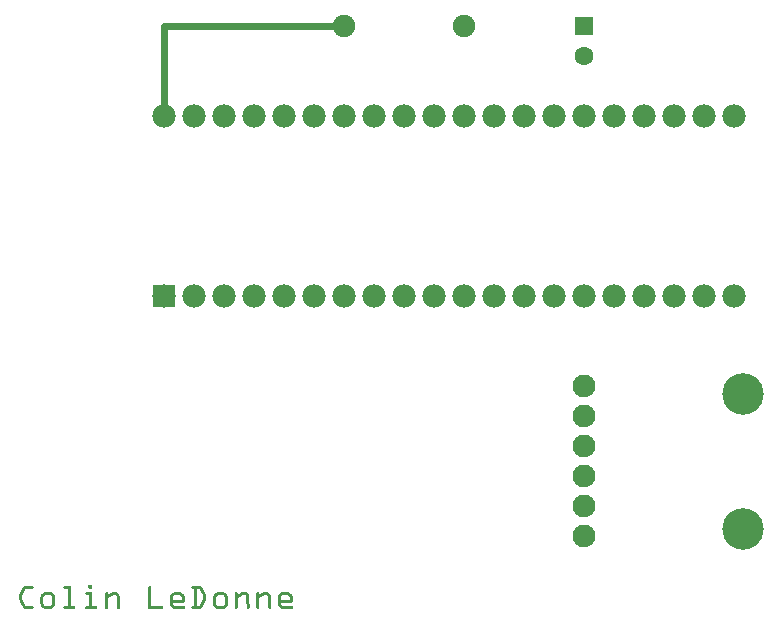
<source format=gtl>
G04 MADE WITH FRITZING*
G04 WWW.FRITZING.ORG*
G04 DOUBLE SIDED*
G04 HOLES PLATED*
G04 CONTOUR ON CENTER OF CONTOUR VECTOR*
%ASAXBY*%
%FSLAX23Y23*%
%MOIN*%
%OFA0B0*%
%SFA1.0B1.0*%
%ADD10C,0.076000*%
%ADD11C,0.138425*%
%ADD12C,0.078000*%
%ADD13C,0.075000*%
%ADD14C,0.062992*%
%ADD15R,0.075000X0.075000*%
%ADD16R,0.062992X0.062992*%
%ADD17C,0.024000*%
%ADD18R,0.001000X0.001000*%
%LNCOPPER1*%
G90*
G70*
G54D10*
X1928Y279D03*
X1928Y379D03*
X1928Y479D03*
X1928Y579D03*
X1928Y679D03*
X1928Y779D03*
G54D11*
X2458Y754D03*
X2458Y304D03*
G54D12*
X528Y1080D03*
X528Y1679D03*
X628Y1080D03*
X628Y1679D03*
X728Y1080D03*
X728Y1679D03*
X828Y1080D03*
X828Y1679D03*
X928Y1080D03*
X928Y1679D03*
X1028Y1080D03*
X1028Y1679D03*
X1128Y1080D03*
X1128Y1679D03*
X1228Y1080D03*
X1228Y1679D03*
X1328Y1080D03*
X1328Y1679D03*
X1428Y1080D03*
X1428Y1679D03*
X1528Y1080D03*
X1528Y1679D03*
X1628Y1080D03*
X1628Y1679D03*
X1728Y1080D03*
X1728Y1679D03*
X1828Y1080D03*
X1828Y1679D03*
X1928Y1080D03*
X1928Y1679D03*
X2028Y1080D03*
X2028Y1679D03*
X2128Y1080D03*
X2128Y1679D03*
X2228Y1080D03*
X2228Y1679D03*
X2328Y1080D03*
X2328Y1679D03*
X2428Y1080D03*
X2428Y1679D03*
G54D13*
X1528Y1979D03*
X1128Y1979D03*
G54D14*
X1928Y1979D03*
X1928Y1881D03*
G54D15*
X528Y1080D03*
G54D16*
X1928Y1979D03*
G54D17*
X1100Y1979D02*
X529Y1980D01*
D02*
X529Y1980D02*
X528Y1709D01*
G54D18*
X279Y118D02*
X288Y118D01*
X277Y117D02*
X289Y117D01*
X277Y116D02*
X290Y116D01*
X276Y115D02*
X290Y115D01*
X67Y114D02*
X91Y114D01*
X197Y114D02*
X215Y114D01*
X276Y114D02*
X290Y114D01*
X480Y114D02*
X484Y114D01*
X624Y114D02*
X648Y114D01*
X65Y113D02*
X93Y113D01*
X196Y113D02*
X217Y113D01*
X276Y113D02*
X290Y113D01*
X479Y113D02*
X485Y113D01*
X623Y113D02*
X650Y113D01*
X63Y112D02*
X93Y112D01*
X195Y112D02*
X217Y112D01*
X276Y112D02*
X290Y112D01*
X478Y112D02*
X486Y112D01*
X622Y112D02*
X652Y112D01*
X61Y111D02*
X94Y111D01*
X194Y111D02*
X218Y111D01*
X276Y111D02*
X290Y111D01*
X478Y111D02*
X486Y111D01*
X621Y111D02*
X653Y111D01*
X60Y110D02*
X94Y110D01*
X194Y110D02*
X218Y110D01*
X276Y110D02*
X290Y110D01*
X477Y110D02*
X486Y110D01*
X621Y110D02*
X654Y110D01*
X59Y109D02*
X94Y109D01*
X194Y109D02*
X218Y109D01*
X276Y109D02*
X290Y109D01*
X477Y109D02*
X486Y109D01*
X621Y109D02*
X655Y109D01*
X59Y108D02*
X94Y108D01*
X194Y108D02*
X218Y108D01*
X276Y108D02*
X290Y108D01*
X477Y108D02*
X486Y108D01*
X622Y108D02*
X656Y108D01*
X58Y107D02*
X93Y107D01*
X195Y107D02*
X218Y107D01*
X277Y107D02*
X289Y107D01*
X477Y107D02*
X486Y107D01*
X622Y107D02*
X657Y107D01*
X58Y106D02*
X92Y106D01*
X196Y106D02*
X218Y106D01*
X278Y106D02*
X289Y106D01*
X477Y106D02*
X486Y106D01*
X623Y106D02*
X657Y106D01*
X57Y105D02*
X91Y105D01*
X197Y105D02*
X218Y105D01*
X279Y105D02*
X287Y105D01*
X477Y105D02*
X486Y105D01*
X624Y105D02*
X658Y105D01*
X57Y104D02*
X68Y104D01*
X209Y104D02*
X218Y104D01*
X477Y104D02*
X486Y104D01*
X631Y104D02*
X640Y104D01*
X647Y104D02*
X658Y104D01*
X56Y103D02*
X67Y103D01*
X209Y103D02*
X218Y103D01*
X477Y103D02*
X486Y103D01*
X631Y103D02*
X640Y103D01*
X648Y103D02*
X659Y103D01*
X56Y102D02*
X66Y102D01*
X209Y102D02*
X218Y102D01*
X477Y102D02*
X486Y102D01*
X631Y102D02*
X640Y102D01*
X649Y102D02*
X659Y102D01*
X55Y101D02*
X66Y101D01*
X209Y101D02*
X218Y101D01*
X477Y101D02*
X486Y101D01*
X631Y101D02*
X640Y101D01*
X650Y101D02*
X660Y101D01*
X55Y100D02*
X65Y100D01*
X209Y100D02*
X218Y100D01*
X477Y100D02*
X486Y100D01*
X631Y100D02*
X640Y100D01*
X650Y100D02*
X660Y100D01*
X54Y99D02*
X65Y99D01*
X209Y99D02*
X218Y99D01*
X477Y99D02*
X486Y99D01*
X631Y99D02*
X640Y99D01*
X651Y99D02*
X661Y99D01*
X54Y98D02*
X64Y98D01*
X209Y98D02*
X218Y98D01*
X477Y98D02*
X486Y98D01*
X631Y98D02*
X640Y98D01*
X651Y98D02*
X661Y98D01*
X53Y97D02*
X64Y97D01*
X209Y97D02*
X218Y97D01*
X477Y97D02*
X486Y97D01*
X631Y97D02*
X640Y97D01*
X652Y97D02*
X662Y97D01*
X53Y96D02*
X63Y96D01*
X209Y96D02*
X218Y96D01*
X477Y96D02*
X486Y96D01*
X631Y96D02*
X640Y96D01*
X652Y96D02*
X662Y96D01*
X52Y95D02*
X63Y95D01*
X209Y95D02*
X218Y95D01*
X477Y95D02*
X486Y95D01*
X631Y95D02*
X640Y95D01*
X653Y95D02*
X663Y95D01*
X52Y94D02*
X62Y94D01*
X209Y94D02*
X218Y94D01*
X477Y94D02*
X486Y94D01*
X631Y94D02*
X640Y94D01*
X653Y94D02*
X663Y94D01*
X51Y93D02*
X62Y93D01*
X132Y93D02*
X151Y93D01*
X209Y93D02*
X218Y93D01*
X269Y93D02*
X287Y93D01*
X336Y93D02*
X339Y93D01*
X358Y93D02*
X369Y93D01*
X477Y93D02*
X486Y93D01*
X564Y93D02*
X583Y93D01*
X631Y93D02*
X640Y93D01*
X654Y93D02*
X664Y93D01*
X708Y93D02*
X727Y93D01*
X768Y93D02*
X771Y93D01*
X790Y93D02*
X801Y93D01*
X840Y93D02*
X843Y93D01*
X862Y93D02*
X873Y93D01*
X924Y93D02*
X943Y93D01*
X51Y92D02*
X61Y92D01*
X130Y92D02*
X154Y92D01*
X209Y92D02*
X218Y92D01*
X268Y92D02*
X288Y92D01*
X335Y92D02*
X341Y92D01*
X355Y92D02*
X372Y92D01*
X477Y92D02*
X486Y92D01*
X562Y92D02*
X586Y92D01*
X631Y92D02*
X640Y92D01*
X654Y92D02*
X664Y92D01*
X706Y92D02*
X730Y92D01*
X767Y92D02*
X773Y92D01*
X787Y92D02*
X804Y92D01*
X839Y92D02*
X845Y92D01*
X859Y92D02*
X876Y92D01*
X921Y92D02*
X946Y92D01*
X50Y91D02*
X61Y91D01*
X128Y91D02*
X155Y91D01*
X209Y91D02*
X218Y91D01*
X267Y91D02*
X289Y91D01*
X334Y91D02*
X341Y91D01*
X353Y91D02*
X374Y91D01*
X477Y91D02*
X486Y91D01*
X560Y91D02*
X587Y91D01*
X631Y91D02*
X640Y91D01*
X655Y91D02*
X665Y91D01*
X704Y91D02*
X731Y91D01*
X766Y91D02*
X773Y91D01*
X785Y91D02*
X806Y91D01*
X838Y91D02*
X845Y91D01*
X857Y91D02*
X878Y91D01*
X920Y91D02*
X947Y91D01*
X50Y90D02*
X60Y90D01*
X126Y90D02*
X157Y90D01*
X209Y90D02*
X218Y90D01*
X267Y90D02*
X290Y90D01*
X334Y90D02*
X342Y90D01*
X351Y90D02*
X375Y90D01*
X477Y90D02*
X486Y90D01*
X558Y90D02*
X589Y90D01*
X631Y90D02*
X640Y90D01*
X655Y90D02*
X665Y90D01*
X702Y90D02*
X733Y90D01*
X766Y90D02*
X774Y90D01*
X783Y90D02*
X807Y90D01*
X838Y90D02*
X846Y90D01*
X855Y90D02*
X879Y90D01*
X918Y90D02*
X949Y90D01*
X49Y89D02*
X60Y89D01*
X125Y89D02*
X158Y89D01*
X209Y89D02*
X218Y89D01*
X266Y89D02*
X290Y89D01*
X333Y89D02*
X342Y89D01*
X350Y89D02*
X376Y89D01*
X477Y89D02*
X486Y89D01*
X557Y89D02*
X590Y89D01*
X631Y89D02*
X640Y89D01*
X656Y89D02*
X666Y89D01*
X701Y89D02*
X734Y89D01*
X765Y89D02*
X774Y89D01*
X782Y89D02*
X808Y89D01*
X837Y89D02*
X846Y89D01*
X854Y89D02*
X880Y89D01*
X917Y89D02*
X950Y89D01*
X49Y88D02*
X59Y88D01*
X124Y88D02*
X159Y88D01*
X209Y88D02*
X218Y88D01*
X266Y88D02*
X290Y88D01*
X333Y88D02*
X342Y88D01*
X348Y88D02*
X377Y88D01*
X477Y88D02*
X486Y88D01*
X556Y88D02*
X591Y88D01*
X631Y88D02*
X640Y88D01*
X656Y88D02*
X666Y88D01*
X700Y88D02*
X735Y88D01*
X765Y88D02*
X774Y88D01*
X780Y88D02*
X809Y88D01*
X837Y88D02*
X846Y88D01*
X852Y88D02*
X881Y88D01*
X916Y88D02*
X951Y88D01*
X48Y87D02*
X59Y87D01*
X123Y87D02*
X160Y87D01*
X209Y87D02*
X218Y87D01*
X266Y87D02*
X290Y87D01*
X333Y87D02*
X342Y87D01*
X347Y87D02*
X378Y87D01*
X477Y87D02*
X486Y87D01*
X555Y87D02*
X592Y87D01*
X631Y87D02*
X640Y87D01*
X657Y87D02*
X667Y87D01*
X699Y87D02*
X736Y87D01*
X765Y87D02*
X774Y87D01*
X779Y87D02*
X810Y87D01*
X837Y87D02*
X846Y87D01*
X851Y87D02*
X882Y87D01*
X915Y87D02*
X952Y87D01*
X48Y86D02*
X58Y86D01*
X122Y86D02*
X161Y86D01*
X209Y86D02*
X218Y86D01*
X267Y86D02*
X290Y86D01*
X333Y86D02*
X342Y86D01*
X345Y86D02*
X379Y86D01*
X477Y86D02*
X486Y86D01*
X554Y86D02*
X593Y86D01*
X631Y86D02*
X640Y86D01*
X657Y86D02*
X667Y86D01*
X698Y86D02*
X737Y86D01*
X765Y86D02*
X774Y86D01*
X777Y86D02*
X811Y86D01*
X837Y86D02*
X846Y86D01*
X849Y86D02*
X883Y86D01*
X914Y86D02*
X953Y86D01*
X47Y85D02*
X58Y85D01*
X121Y85D02*
X162Y85D01*
X209Y85D02*
X218Y85D01*
X268Y85D02*
X290Y85D01*
X333Y85D02*
X379Y85D01*
X477Y85D02*
X486Y85D01*
X553Y85D02*
X594Y85D01*
X631Y85D02*
X640Y85D01*
X658Y85D02*
X668Y85D01*
X697Y85D02*
X738Y85D01*
X765Y85D02*
X811Y85D01*
X837Y85D02*
X883Y85D01*
X913Y85D02*
X954Y85D01*
X47Y84D02*
X57Y84D01*
X120Y84D02*
X163Y84D01*
X209Y84D02*
X218Y84D01*
X269Y84D02*
X290Y84D01*
X333Y84D02*
X380Y84D01*
X477Y84D02*
X486Y84D01*
X552Y84D02*
X595Y84D01*
X631Y84D02*
X640Y84D01*
X658Y84D02*
X668Y84D01*
X696Y84D02*
X739Y84D01*
X765Y84D02*
X812Y84D01*
X837Y84D02*
X884Y84D01*
X912Y84D02*
X955Y84D01*
X47Y83D02*
X56Y83D01*
X120Y83D02*
X133Y83D01*
X150Y83D02*
X164Y83D01*
X209Y83D02*
X218Y83D01*
X281Y83D02*
X290Y83D01*
X333Y83D02*
X358Y83D01*
X368Y83D02*
X380Y83D01*
X477Y83D02*
X486Y83D01*
X552Y83D02*
X565Y83D01*
X582Y83D02*
X596Y83D01*
X631Y83D02*
X640Y83D01*
X659Y83D02*
X669Y83D01*
X696Y83D02*
X709Y83D01*
X726Y83D02*
X740Y83D01*
X765Y83D02*
X790Y83D01*
X800Y83D02*
X812Y83D01*
X837Y83D02*
X862Y83D01*
X872Y83D02*
X884Y83D01*
X912Y83D02*
X925Y83D01*
X942Y83D02*
X956Y83D01*
X46Y82D02*
X56Y82D01*
X119Y82D02*
X131Y82D01*
X152Y82D02*
X164Y82D01*
X209Y82D02*
X218Y82D01*
X281Y82D02*
X290Y82D01*
X333Y82D02*
X357Y82D01*
X370Y82D02*
X380Y82D01*
X477Y82D02*
X486Y82D01*
X551Y82D02*
X563Y82D01*
X584Y82D02*
X596Y82D01*
X631Y82D02*
X640Y82D01*
X659Y82D02*
X669Y82D01*
X695Y82D02*
X707Y82D01*
X728Y82D02*
X740Y82D01*
X765Y82D02*
X789Y82D01*
X802Y82D02*
X812Y82D01*
X837Y82D02*
X861Y82D01*
X874Y82D02*
X884Y82D01*
X911Y82D02*
X923Y82D01*
X944Y82D02*
X956Y82D01*
X46Y81D02*
X56Y81D01*
X119Y81D02*
X130Y81D01*
X153Y81D02*
X165Y81D01*
X209Y81D02*
X218Y81D01*
X281Y81D02*
X290Y81D01*
X333Y81D02*
X355Y81D01*
X371Y81D02*
X381Y81D01*
X477Y81D02*
X486Y81D01*
X551Y81D02*
X562Y81D01*
X585Y81D02*
X597Y81D01*
X631Y81D02*
X640Y81D01*
X660Y81D02*
X669Y81D01*
X695Y81D02*
X706Y81D01*
X729Y81D02*
X741Y81D01*
X765Y81D02*
X787Y81D01*
X803Y81D02*
X812Y81D01*
X837Y81D02*
X859Y81D01*
X875Y81D02*
X884Y81D01*
X910Y81D02*
X922Y81D01*
X945Y81D02*
X957Y81D01*
X46Y80D02*
X55Y80D01*
X118Y80D02*
X129Y80D01*
X155Y80D02*
X165Y80D01*
X209Y80D02*
X218Y80D01*
X281Y80D02*
X290Y80D01*
X333Y80D02*
X354Y80D01*
X371Y80D02*
X381Y80D01*
X477Y80D02*
X486Y80D01*
X550Y80D02*
X561Y80D01*
X587Y80D02*
X597Y80D01*
X631Y80D02*
X640Y80D01*
X660Y80D02*
X670Y80D01*
X694Y80D02*
X705Y80D01*
X731Y80D02*
X741Y80D01*
X765Y80D02*
X785Y80D01*
X803Y80D02*
X813Y80D01*
X837Y80D02*
X857Y80D01*
X875Y80D02*
X885Y80D01*
X910Y80D02*
X921Y80D01*
X946Y80D02*
X957Y80D01*
X46Y79D02*
X55Y79D01*
X118Y79D02*
X128Y79D01*
X155Y79D02*
X166Y79D01*
X209Y79D02*
X218Y79D01*
X281Y79D02*
X290Y79D01*
X333Y79D02*
X352Y79D01*
X372Y79D02*
X381Y79D01*
X477Y79D02*
X486Y79D01*
X550Y79D02*
X560Y79D01*
X587Y79D02*
X598Y79D01*
X631Y79D02*
X640Y79D01*
X660Y79D02*
X670Y79D01*
X694Y79D02*
X704Y79D01*
X731Y79D02*
X742Y79D01*
X765Y79D02*
X784Y79D01*
X803Y79D02*
X813Y79D01*
X837Y79D02*
X856Y79D01*
X875Y79D02*
X885Y79D01*
X910Y79D02*
X920Y79D01*
X947Y79D02*
X958Y79D01*
X45Y78D02*
X55Y78D01*
X118Y78D02*
X127Y78D01*
X156Y78D02*
X166Y78D01*
X209Y78D02*
X218Y78D01*
X281Y78D02*
X290Y78D01*
X333Y78D02*
X350Y78D01*
X372Y78D02*
X381Y78D01*
X477Y78D02*
X486Y78D01*
X550Y78D02*
X559Y78D01*
X588Y78D02*
X598Y78D01*
X631Y78D02*
X640Y78D01*
X661Y78D02*
X670Y78D01*
X694Y78D02*
X703Y78D01*
X732Y78D02*
X742Y78D01*
X765Y78D02*
X782Y78D01*
X804Y78D02*
X813Y78D01*
X837Y78D02*
X854Y78D01*
X876Y78D02*
X885Y78D01*
X910Y78D02*
X919Y78D01*
X948Y78D02*
X958Y78D01*
X45Y77D02*
X55Y77D01*
X117Y77D02*
X127Y77D01*
X157Y77D02*
X166Y77D01*
X209Y77D02*
X218Y77D01*
X281Y77D02*
X290Y77D01*
X333Y77D02*
X349Y77D01*
X372Y77D02*
X381Y77D01*
X477Y77D02*
X486Y77D01*
X549Y77D02*
X559Y77D01*
X589Y77D02*
X598Y77D01*
X631Y77D02*
X640Y77D01*
X661Y77D02*
X670Y77D01*
X693Y77D02*
X703Y77D01*
X733Y77D02*
X742Y77D01*
X765Y77D02*
X781Y77D01*
X804Y77D02*
X813Y77D01*
X837Y77D02*
X853Y77D01*
X876Y77D02*
X885Y77D01*
X909Y77D02*
X919Y77D01*
X949Y77D02*
X958Y77D01*
X45Y76D02*
X54Y76D01*
X117Y76D02*
X126Y76D01*
X157Y76D02*
X166Y76D01*
X209Y76D02*
X218Y76D01*
X281Y76D02*
X290Y76D01*
X333Y76D02*
X347Y76D01*
X372Y76D02*
X381Y76D01*
X477Y76D02*
X486Y76D01*
X549Y76D02*
X558Y76D01*
X589Y76D02*
X598Y76D01*
X631Y76D02*
X640Y76D01*
X661Y76D02*
X670Y76D01*
X693Y76D02*
X702Y76D01*
X733Y76D02*
X742Y76D01*
X765Y76D02*
X779Y76D01*
X804Y76D02*
X813Y76D01*
X837Y76D02*
X851Y76D01*
X876Y76D02*
X885Y76D01*
X909Y76D02*
X918Y76D01*
X949Y76D02*
X958Y76D01*
X45Y75D02*
X54Y75D01*
X117Y75D02*
X126Y75D01*
X157Y75D02*
X166Y75D01*
X209Y75D02*
X218Y75D01*
X281Y75D02*
X290Y75D01*
X333Y75D02*
X346Y75D01*
X372Y75D02*
X381Y75D01*
X477Y75D02*
X486Y75D01*
X549Y75D02*
X558Y75D01*
X589Y75D02*
X598Y75D01*
X631Y75D02*
X640Y75D01*
X661Y75D02*
X670Y75D01*
X693Y75D02*
X702Y75D01*
X733Y75D02*
X742Y75D01*
X765Y75D02*
X778Y75D01*
X804Y75D02*
X813Y75D01*
X837Y75D02*
X850Y75D01*
X876Y75D02*
X885Y75D01*
X909Y75D02*
X918Y75D01*
X949Y75D02*
X958Y75D01*
X45Y74D02*
X55Y74D01*
X117Y74D02*
X126Y74D01*
X157Y74D02*
X166Y74D01*
X209Y74D02*
X218Y74D01*
X281Y74D02*
X290Y74D01*
X333Y74D02*
X344Y74D01*
X372Y74D02*
X381Y74D01*
X477Y74D02*
X486Y74D01*
X549Y74D02*
X558Y74D01*
X589Y74D02*
X598Y74D01*
X631Y74D02*
X640Y74D01*
X661Y74D02*
X670Y74D01*
X693Y74D02*
X702Y74D01*
X733Y74D02*
X742Y74D01*
X765Y74D02*
X776Y74D01*
X804Y74D02*
X813Y74D01*
X837Y74D02*
X848Y74D01*
X876Y74D02*
X885Y74D01*
X909Y74D02*
X918Y74D01*
X949Y74D02*
X958Y74D01*
X45Y73D02*
X55Y73D01*
X117Y73D02*
X126Y73D01*
X157Y73D02*
X166Y73D01*
X209Y73D02*
X218Y73D01*
X281Y73D02*
X290Y73D01*
X333Y73D02*
X343Y73D01*
X372Y73D02*
X381Y73D01*
X477Y73D02*
X486Y73D01*
X549Y73D02*
X558Y73D01*
X589Y73D02*
X598Y73D01*
X631Y73D02*
X640Y73D01*
X661Y73D02*
X670Y73D01*
X693Y73D02*
X702Y73D01*
X733Y73D02*
X742Y73D01*
X765Y73D02*
X775Y73D01*
X804Y73D02*
X813Y73D01*
X837Y73D02*
X847Y73D01*
X876Y73D02*
X885Y73D01*
X909Y73D02*
X918Y73D01*
X949Y73D02*
X958Y73D01*
X46Y72D02*
X55Y72D01*
X117Y72D02*
X126Y72D01*
X157Y72D02*
X166Y72D01*
X209Y72D02*
X218Y72D01*
X281Y72D02*
X290Y72D01*
X333Y72D02*
X342Y72D01*
X372Y72D02*
X381Y72D01*
X477Y72D02*
X486Y72D01*
X549Y72D02*
X558Y72D01*
X589Y72D02*
X598Y72D01*
X631Y72D02*
X640Y72D01*
X660Y72D02*
X670Y72D01*
X693Y72D02*
X702Y72D01*
X733Y72D02*
X742Y72D01*
X765Y72D02*
X774Y72D01*
X804Y72D02*
X813Y72D01*
X837Y72D02*
X846Y72D01*
X876Y72D02*
X885Y72D01*
X909Y72D02*
X918Y72D01*
X949Y72D02*
X958Y72D01*
X46Y71D02*
X55Y71D01*
X117Y71D02*
X126Y71D01*
X157Y71D02*
X166Y71D01*
X209Y71D02*
X218Y71D01*
X281Y71D02*
X290Y71D01*
X333Y71D02*
X342Y71D01*
X372Y71D02*
X381Y71D01*
X477Y71D02*
X486Y71D01*
X549Y71D02*
X558Y71D01*
X589Y71D02*
X598Y71D01*
X631Y71D02*
X640Y71D01*
X660Y71D02*
X670Y71D01*
X693Y71D02*
X702Y71D01*
X733Y71D02*
X742Y71D01*
X765Y71D02*
X774Y71D01*
X804Y71D02*
X813Y71D01*
X837Y71D02*
X846Y71D01*
X876Y71D02*
X885Y71D01*
X909Y71D02*
X918Y71D01*
X949Y71D02*
X958Y71D01*
X46Y70D02*
X56Y70D01*
X117Y70D02*
X126Y70D01*
X157Y70D02*
X166Y70D01*
X209Y70D02*
X218Y70D01*
X281Y70D02*
X290Y70D01*
X333Y70D02*
X342Y70D01*
X372Y70D02*
X381Y70D01*
X477Y70D02*
X486Y70D01*
X549Y70D02*
X558Y70D01*
X589Y70D02*
X598Y70D01*
X631Y70D02*
X640Y70D01*
X660Y70D02*
X669Y70D01*
X693Y70D02*
X702Y70D01*
X733Y70D02*
X742Y70D01*
X765Y70D02*
X774Y70D01*
X804Y70D02*
X813Y70D01*
X837Y70D02*
X846Y70D01*
X876Y70D02*
X885Y70D01*
X909Y70D02*
X918Y70D01*
X949Y70D02*
X958Y70D01*
X46Y69D02*
X56Y69D01*
X117Y69D02*
X126Y69D01*
X157Y69D02*
X166Y69D01*
X209Y69D02*
X218Y69D01*
X281Y69D02*
X290Y69D01*
X333Y69D02*
X342Y69D01*
X372Y69D02*
X381Y69D01*
X477Y69D02*
X486Y69D01*
X549Y69D02*
X558Y69D01*
X589Y69D02*
X598Y69D01*
X631Y69D02*
X640Y69D01*
X659Y69D02*
X669Y69D01*
X693Y69D02*
X702Y69D01*
X733Y69D02*
X742Y69D01*
X765Y69D02*
X774Y69D01*
X804Y69D02*
X813Y69D01*
X837Y69D02*
X846Y69D01*
X876Y69D02*
X885Y69D01*
X909Y69D02*
X918Y69D01*
X949Y69D02*
X958Y69D01*
X47Y68D02*
X57Y68D01*
X117Y68D02*
X126Y68D01*
X157Y68D02*
X166Y68D01*
X209Y68D02*
X218Y68D01*
X281Y68D02*
X290Y68D01*
X333Y68D02*
X342Y68D01*
X372Y68D02*
X381Y68D01*
X477Y68D02*
X486Y68D01*
X549Y68D02*
X559Y68D01*
X589Y68D02*
X598Y68D01*
X631Y68D02*
X640Y68D01*
X659Y68D02*
X669Y68D01*
X693Y68D02*
X702Y68D01*
X733Y68D02*
X742Y68D01*
X765Y68D02*
X774Y68D01*
X804Y68D02*
X813Y68D01*
X837Y68D02*
X846Y68D01*
X876Y68D02*
X885Y68D01*
X909Y68D02*
X919Y68D01*
X949Y68D02*
X958Y68D01*
X47Y67D02*
X57Y67D01*
X117Y67D02*
X126Y67D01*
X157Y67D02*
X166Y67D01*
X209Y67D02*
X218Y67D01*
X281Y67D02*
X290Y67D01*
X333Y67D02*
X342Y67D01*
X372Y67D02*
X381Y67D01*
X477Y67D02*
X486Y67D01*
X549Y67D02*
X598Y67D01*
X631Y67D02*
X640Y67D01*
X658Y67D02*
X668Y67D01*
X693Y67D02*
X702Y67D01*
X733Y67D02*
X742Y67D01*
X765Y67D02*
X774Y67D01*
X804Y67D02*
X813Y67D01*
X837Y67D02*
X846Y67D01*
X876Y67D02*
X885Y67D01*
X909Y67D02*
X958Y67D01*
X47Y66D02*
X58Y66D01*
X117Y66D02*
X126Y66D01*
X157Y66D02*
X166Y66D01*
X209Y66D02*
X218Y66D01*
X281Y66D02*
X290Y66D01*
X333Y66D02*
X342Y66D01*
X372Y66D02*
X381Y66D01*
X477Y66D02*
X486Y66D01*
X549Y66D02*
X598Y66D01*
X631Y66D02*
X640Y66D01*
X658Y66D02*
X668Y66D01*
X693Y66D02*
X702Y66D01*
X733Y66D02*
X742Y66D01*
X765Y66D02*
X774Y66D01*
X804Y66D02*
X813Y66D01*
X837Y66D02*
X846Y66D01*
X876Y66D02*
X885Y66D01*
X909Y66D02*
X958Y66D01*
X48Y65D02*
X58Y65D01*
X117Y65D02*
X126Y65D01*
X157Y65D02*
X166Y65D01*
X209Y65D02*
X218Y65D01*
X281Y65D02*
X290Y65D01*
X333Y65D02*
X342Y65D01*
X372Y65D02*
X381Y65D01*
X477Y65D02*
X486Y65D01*
X549Y65D02*
X598Y65D01*
X631Y65D02*
X640Y65D01*
X657Y65D02*
X667Y65D01*
X693Y65D02*
X702Y65D01*
X733Y65D02*
X742Y65D01*
X765Y65D02*
X774Y65D01*
X804Y65D02*
X813Y65D01*
X837Y65D02*
X846Y65D01*
X876Y65D02*
X885Y65D01*
X909Y65D02*
X958Y65D01*
X48Y64D02*
X59Y64D01*
X117Y64D02*
X126Y64D01*
X157Y64D02*
X166Y64D01*
X209Y64D02*
X218Y64D01*
X281Y64D02*
X290Y64D01*
X333Y64D02*
X342Y64D01*
X372Y64D02*
X381Y64D01*
X477Y64D02*
X486Y64D01*
X549Y64D02*
X598Y64D01*
X631Y64D02*
X640Y64D01*
X657Y64D02*
X667Y64D01*
X693Y64D02*
X702Y64D01*
X733Y64D02*
X742Y64D01*
X765Y64D02*
X774Y64D01*
X804Y64D02*
X813Y64D01*
X837Y64D02*
X846Y64D01*
X876Y64D02*
X885Y64D01*
X909Y64D02*
X958Y64D01*
X49Y63D02*
X59Y63D01*
X117Y63D02*
X126Y63D01*
X157Y63D02*
X166Y63D01*
X209Y63D02*
X218Y63D01*
X281Y63D02*
X290Y63D01*
X333Y63D02*
X342Y63D01*
X372Y63D02*
X381Y63D01*
X477Y63D02*
X486Y63D01*
X549Y63D02*
X598Y63D01*
X631Y63D02*
X640Y63D01*
X656Y63D02*
X666Y63D01*
X693Y63D02*
X702Y63D01*
X733Y63D02*
X742Y63D01*
X765Y63D02*
X774Y63D01*
X804Y63D02*
X813Y63D01*
X837Y63D02*
X846Y63D01*
X876Y63D02*
X885Y63D01*
X909Y63D02*
X958Y63D01*
X49Y62D02*
X60Y62D01*
X117Y62D02*
X126Y62D01*
X157Y62D02*
X166Y62D01*
X209Y62D02*
X218Y62D01*
X281Y62D02*
X290Y62D01*
X333Y62D02*
X342Y62D01*
X372Y62D02*
X381Y62D01*
X477Y62D02*
X486Y62D01*
X549Y62D02*
X598Y62D01*
X631Y62D02*
X640Y62D01*
X656Y62D02*
X666Y62D01*
X693Y62D02*
X702Y62D01*
X733Y62D02*
X742Y62D01*
X765Y62D02*
X774Y62D01*
X804Y62D02*
X813Y62D01*
X837Y62D02*
X846Y62D01*
X876Y62D02*
X885Y62D01*
X909Y62D02*
X958Y62D01*
X50Y61D02*
X60Y61D01*
X117Y61D02*
X126Y61D01*
X157Y61D02*
X166Y61D01*
X209Y61D02*
X218Y61D01*
X281Y61D02*
X290Y61D01*
X333Y61D02*
X342Y61D01*
X372Y61D02*
X381Y61D01*
X477Y61D02*
X486Y61D01*
X549Y61D02*
X598Y61D01*
X631Y61D02*
X640Y61D01*
X655Y61D02*
X665Y61D01*
X693Y61D02*
X702Y61D01*
X733Y61D02*
X742Y61D01*
X765Y61D02*
X774Y61D01*
X804Y61D02*
X813Y61D01*
X837Y61D02*
X846Y61D01*
X876Y61D02*
X885Y61D01*
X909Y61D02*
X958Y61D01*
X50Y60D02*
X61Y60D01*
X117Y60D02*
X126Y60D01*
X157Y60D02*
X166Y60D01*
X209Y60D02*
X218Y60D01*
X281Y60D02*
X290Y60D01*
X333Y60D02*
X342Y60D01*
X372Y60D02*
X381Y60D01*
X477Y60D02*
X486Y60D01*
X549Y60D02*
X597Y60D01*
X631Y60D02*
X640Y60D01*
X655Y60D02*
X665Y60D01*
X693Y60D02*
X702Y60D01*
X733Y60D02*
X742Y60D01*
X765Y60D02*
X774Y60D01*
X804Y60D02*
X813Y60D01*
X837Y60D02*
X846Y60D01*
X876Y60D02*
X885Y60D01*
X909Y60D02*
X957Y60D01*
X51Y59D02*
X61Y59D01*
X117Y59D02*
X126Y59D01*
X157Y59D02*
X166Y59D01*
X209Y59D02*
X218Y59D01*
X281Y59D02*
X290Y59D01*
X333Y59D02*
X342Y59D01*
X372Y59D02*
X381Y59D01*
X477Y59D02*
X486Y59D01*
X549Y59D02*
X596Y59D01*
X631Y59D02*
X640Y59D01*
X654Y59D02*
X664Y59D01*
X693Y59D02*
X702Y59D01*
X733Y59D02*
X742Y59D01*
X765Y59D02*
X774Y59D01*
X804Y59D02*
X813Y59D01*
X837Y59D02*
X846Y59D01*
X876Y59D02*
X885Y59D01*
X909Y59D02*
X956Y59D01*
X51Y58D02*
X62Y58D01*
X117Y58D02*
X126Y58D01*
X157Y58D02*
X166Y58D01*
X209Y58D02*
X218Y58D01*
X281Y58D02*
X290Y58D01*
X333Y58D02*
X342Y58D01*
X372Y58D02*
X381Y58D01*
X477Y58D02*
X486Y58D01*
X549Y58D02*
X594Y58D01*
X631Y58D02*
X640Y58D01*
X654Y58D02*
X664Y58D01*
X693Y58D02*
X702Y58D01*
X733Y58D02*
X742Y58D01*
X765Y58D02*
X774Y58D01*
X804Y58D02*
X813Y58D01*
X837Y58D02*
X846Y58D01*
X876Y58D02*
X885Y58D01*
X909Y58D02*
X954Y58D01*
X52Y57D02*
X62Y57D01*
X117Y57D02*
X126Y57D01*
X157Y57D02*
X166Y57D01*
X209Y57D02*
X218Y57D01*
X281Y57D02*
X290Y57D01*
X333Y57D02*
X342Y57D01*
X372Y57D02*
X381Y57D01*
X477Y57D02*
X486Y57D01*
X549Y57D02*
X558Y57D01*
X631Y57D02*
X640Y57D01*
X653Y57D02*
X663Y57D01*
X693Y57D02*
X702Y57D01*
X733Y57D02*
X742Y57D01*
X765Y57D02*
X774Y57D01*
X804Y57D02*
X813Y57D01*
X837Y57D02*
X846Y57D01*
X876Y57D02*
X885Y57D01*
X909Y57D02*
X918Y57D01*
X52Y56D02*
X63Y56D01*
X117Y56D02*
X126Y56D01*
X157Y56D02*
X166Y56D01*
X209Y56D02*
X218Y56D01*
X281Y56D02*
X290Y56D01*
X333Y56D02*
X342Y56D01*
X372Y56D02*
X381Y56D01*
X477Y56D02*
X486Y56D01*
X549Y56D02*
X558Y56D01*
X631Y56D02*
X640Y56D01*
X653Y56D02*
X663Y56D01*
X693Y56D02*
X702Y56D01*
X733Y56D02*
X742Y56D01*
X765Y56D02*
X774Y56D01*
X804Y56D02*
X813Y56D01*
X837Y56D02*
X846Y56D01*
X876Y56D02*
X885Y56D01*
X909Y56D02*
X918Y56D01*
X53Y55D02*
X63Y55D01*
X117Y55D02*
X126Y55D01*
X157Y55D02*
X166Y55D01*
X209Y55D02*
X218Y55D01*
X281Y55D02*
X290Y55D01*
X333Y55D02*
X342Y55D01*
X372Y55D02*
X382Y55D01*
X477Y55D02*
X486Y55D01*
X549Y55D02*
X558Y55D01*
X631Y55D02*
X640Y55D01*
X652Y55D02*
X662Y55D01*
X693Y55D02*
X702Y55D01*
X733Y55D02*
X742Y55D01*
X765Y55D02*
X774Y55D01*
X804Y55D02*
X813Y55D01*
X837Y55D02*
X846Y55D01*
X876Y55D02*
X885Y55D01*
X909Y55D02*
X918Y55D01*
X53Y54D02*
X64Y54D01*
X117Y54D02*
X126Y54D01*
X157Y54D02*
X166Y54D01*
X209Y54D02*
X218Y54D01*
X281Y54D02*
X290Y54D01*
X333Y54D02*
X342Y54D01*
X373Y54D02*
X382Y54D01*
X477Y54D02*
X486Y54D01*
X549Y54D02*
X558Y54D01*
X631Y54D02*
X640Y54D01*
X652Y54D02*
X662Y54D01*
X693Y54D02*
X702Y54D01*
X733Y54D02*
X742Y54D01*
X765Y54D02*
X774Y54D01*
X804Y54D02*
X814Y54D01*
X837Y54D02*
X846Y54D01*
X876Y54D02*
X886Y54D01*
X909Y54D02*
X918Y54D01*
X54Y53D02*
X64Y53D01*
X117Y53D02*
X127Y53D01*
X157Y53D02*
X166Y53D01*
X209Y53D02*
X218Y53D01*
X281Y53D02*
X290Y53D01*
X333Y53D02*
X342Y53D01*
X373Y53D02*
X382Y53D01*
X477Y53D02*
X486Y53D01*
X549Y53D02*
X559Y53D01*
X631Y53D02*
X640Y53D01*
X651Y53D02*
X661Y53D01*
X693Y53D02*
X703Y53D01*
X733Y53D02*
X742Y53D01*
X765Y53D02*
X774Y53D01*
X805Y53D02*
X814Y53D01*
X837Y53D02*
X846Y53D01*
X876Y53D02*
X886Y53D01*
X909Y53D02*
X919Y53D01*
X54Y52D02*
X65Y52D01*
X118Y52D02*
X127Y52D01*
X156Y52D02*
X166Y52D01*
X209Y52D02*
X218Y52D01*
X281Y52D02*
X290Y52D01*
X333Y52D02*
X342Y52D01*
X373Y52D02*
X382Y52D01*
X477Y52D02*
X486Y52D01*
X549Y52D02*
X559Y52D01*
X631Y52D02*
X640Y52D01*
X650Y52D02*
X661Y52D01*
X693Y52D02*
X703Y52D01*
X732Y52D02*
X742Y52D01*
X765Y52D02*
X774Y52D01*
X805Y52D02*
X814Y52D01*
X837Y52D02*
X846Y52D01*
X877Y52D02*
X886Y52D01*
X909Y52D02*
X919Y52D01*
X55Y51D02*
X65Y51D01*
X118Y51D02*
X128Y51D01*
X155Y51D02*
X166Y51D01*
X209Y51D02*
X218Y51D01*
X281Y51D02*
X290Y51D01*
X333Y51D02*
X342Y51D01*
X373Y51D02*
X382Y51D01*
X477Y51D02*
X486Y51D01*
X550Y51D02*
X560Y51D01*
X631Y51D02*
X640Y51D01*
X650Y51D02*
X660Y51D01*
X694Y51D02*
X704Y51D01*
X731Y51D02*
X742Y51D01*
X765Y51D02*
X774Y51D01*
X805Y51D02*
X814Y51D01*
X837Y51D02*
X846Y51D01*
X877Y51D02*
X886Y51D01*
X910Y51D02*
X920Y51D01*
X55Y50D02*
X66Y50D01*
X118Y50D02*
X129Y50D01*
X154Y50D02*
X165Y50D01*
X209Y50D02*
X218Y50D01*
X281Y50D02*
X290Y50D01*
X333Y50D02*
X342Y50D01*
X373Y50D02*
X382Y50D01*
X477Y50D02*
X486Y50D01*
X550Y50D02*
X561Y50D01*
X631Y50D02*
X640Y50D01*
X649Y50D02*
X660Y50D01*
X694Y50D02*
X705Y50D01*
X730Y50D02*
X741Y50D01*
X765Y50D02*
X774Y50D01*
X805Y50D02*
X814Y50D01*
X837Y50D02*
X846Y50D01*
X877Y50D02*
X886Y50D01*
X910Y50D02*
X921Y50D01*
X56Y49D02*
X66Y49D01*
X118Y49D02*
X130Y49D01*
X153Y49D02*
X165Y49D01*
X209Y49D02*
X218Y49D01*
X281Y49D02*
X290Y49D01*
X333Y49D02*
X342Y49D01*
X373Y49D02*
X382Y49D01*
X477Y49D02*
X486Y49D01*
X550Y49D02*
X562Y49D01*
X631Y49D02*
X640Y49D01*
X649Y49D02*
X659Y49D01*
X694Y49D02*
X706Y49D01*
X729Y49D02*
X741Y49D01*
X765Y49D02*
X774Y49D01*
X805Y49D02*
X814Y49D01*
X837Y49D02*
X846Y49D01*
X877Y49D02*
X886Y49D01*
X910Y49D02*
X922Y49D01*
X56Y48D02*
X67Y48D01*
X119Y48D02*
X132Y48D01*
X152Y48D02*
X164Y48D01*
X209Y48D02*
X218Y48D01*
X281Y48D02*
X290Y48D01*
X333Y48D02*
X342Y48D01*
X373Y48D02*
X382Y48D01*
X477Y48D02*
X486Y48D01*
X551Y48D02*
X564Y48D01*
X631Y48D02*
X640Y48D01*
X648Y48D02*
X659Y48D01*
X695Y48D02*
X708Y48D01*
X728Y48D02*
X740Y48D01*
X765Y48D02*
X774Y48D01*
X805Y48D02*
X814Y48D01*
X837Y48D02*
X846Y48D01*
X877Y48D02*
X886Y48D01*
X911Y48D02*
X924Y48D01*
X57Y47D02*
X69Y47D01*
X119Y47D02*
X133Y47D01*
X150Y47D02*
X164Y47D01*
X209Y47D02*
X218Y47D01*
X281Y47D02*
X290Y47D01*
X333Y47D02*
X342Y47D01*
X373Y47D02*
X382Y47D01*
X477Y47D02*
X486Y47D01*
X551Y47D02*
X565Y47D01*
X631Y47D02*
X640Y47D01*
X646Y47D02*
X658Y47D01*
X695Y47D02*
X709Y47D01*
X726Y47D02*
X740Y47D01*
X765Y47D02*
X774Y47D01*
X805Y47D02*
X814Y47D01*
X837Y47D02*
X846Y47D01*
X877Y47D02*
X886Y47D01*
X911Y47D02*
X925Y47D01*
X57Y46D02*
X91Y46D01*
X120Y46D02*
X163Y46D01*
X197Y46D02*
X230Y46D01*
X269Y46D02*
X302Y46D01*
X333Y46D02*
X342Y46D01*
X373Y46D02*
X382Y46D01*
X477Y46D02*
X523Y46D01*
X552Y46D02*
X595Y46D01*
X624Y46D02*
X658Y46D01*
X696Y46D02*
X739Y46D01*
X765Y46D02*
X774Y46D01*
X805Y46D02*
X814Y46D01*
X837Y46D02*
X846Y46D01*
X877Y46D02*
X886Y46D01*
X912Y46D02*
X955Y46D01*
X58Y45D02*
X93Y45D01*
X121Y45D02*
X162Y45D01*
X196Y45D02*
X232Y45D01*
X268Y45D02*
X304Y45D01*
X333Y45D02*
X342Y45D01*
X373Y45D02*
X382Y45D01*
X477Y45D02*
X525Y45D01*
X553Y45D02*
X597Y45D01*
X623Y45D02*
X657Y45D01*
X697Y45D02*
X738Y45D01*
X765Y45D02*
X774Y45D01*
X805Y45D02*
X814Y45D01*
X837Y45D02*
X846Y45D01*
X877Y45D02*
X886Y45D01*
X913Y45D02*
X957Y45D01*
X58Y44D02*
X93Y44D01*
X122Y44D02*
X161Y44D01*
X195Y44D02*
X232Y44D01*
X267Y44D02*
X304Y44D01*
X333Y44D02*
X342Y44D01*
X373Y44D02*
X382Y44D01*
X477Y44D02*
X525Y44D01*
X554Y44D02*
X597Y44D01*
X622Y44D02*
X657Y44D01*
X698Y44D02*
X737Y44D01*
X765Y44D02*
X774Y44D01*
X805Y44D02*
X814Y44D01*
X837Y44D02*
X846Y44D01*
X877Y44D02*
X886Y44D01*
X914Y44D02*
X957Y44D01*
X59Y43D02*
X94Y43D01*
X123Y43D02*
X160Y43D01*
X194Y43D02*
X233Y43D01*
X266Y43D02*
X305Y43D01*
X333Y43D02*
X342Y43D01*
X373Y43D02*
X382Y43D01*
X477Y43D02*
X526Y43D01*
X555Y43D02*
X598Y43D01*
X621Y43D02*
X656Y43D01*
X699Y43D02*
X736Y43D01*
X765Y43D02*
X774Y43D01*
X805Y43D02*
X814Y43D01*
X837Y43D02*
X846Y43D01*
X877Y43D02*
X886Y43D01*
X915Y43D02*
X958Y43D01*
X60Y42D02*
X94Y42D01*
X124Y42D02*
X159Y42D01*
X194Y42D02*
X233Y42D01*
X266Y42D02*
X305Y42D01*
X333Y42D02*
X342Y42D01*
X373Y42D02*
X382Y42D01*
X477Y42D02*
X526Y42D01*
X556Y42D02*
X598Y42D01*
X621Y42D02*
X656Y42D01*
X700Y42D02*
X735Y42D01*
X765Y42D02*
X774Y42D01*
X805Y42D02*
X814Y42D01*
X837Y42D02*
X846Y42D01*
X877Y42D02*
X886Y42D01*
X916Y42D02*
X958Y42D01*
X61Y41D02*
X94Y41D01*
X125Y41D02*
X158Y41D01*
X194Y41D02*
X233Y41D01*
X266Y41D02*
X305Y41D01*
X333Y41D02*
X342Y41D01*
X373Y41D02*
X382Y41D01*
X477Y41D02*
X526Y41D01*
X557Y41D02*
X598Y41D01*
X621Y41D02*
X655Y41D01*
X701Y41D02*
X734Y41D01*
X765Y41D02*
X774Y41D01*
X805Y41D02*
X814Y41D01*
X837Y41D02*
X846Y41D01*
X877Y41D02*
X886Y41D01*
X917Y41D02*
X958Y41D01*
X62Y40D02*
X94Y40D01*
X126Y40D02*
X157Y40D01*
X195Y40D02*
X233Y40D01*
X267Y40D02*
X305Y40D01*
X334Y40D02*
X342Y40D01*
X373Y40D02*
X382Y40D01*
X477Y40D02*
X526Y40D01*
X558Y40D02*
X598Y40D01*
X622Y40D02*
X654Y40D01*
X702Y40D02*
X733Y40D01*
X766Y40D02*
X774Y40D01*
X805Y40D02*
X814Y40D01*
X838Y40D02*
X846Y40D01*
X877Y40D02*
X886Y40D01*
X918Y40D02*
X958Y40D01*
X63Y39D02*
X93Y39D01*
X128Y39D02*
X155Y39D01*
X195Y39D02*
X232Y39D01*
X267Y39D02*
X304Y39D01*
X334Y39D02*
X341Y39D01*
X374Y39D02*
X381Y39D01*
X477Y39D02*
X525Y39D01*
X560Y39D02*
X597Y39D01*
X622Y39D02*
X652Y39D01*
X704Y39D02*
X731Y39D01*
X766Y39D02*
X773Y39D01*
X806Y39D02*
X813Y39D01*
X838Y39D02*
X845Y39D01*
X878Y39D02*
X885Y39D01*
X920Y39D02*
X957Y39D01*
X65Y38D02*
X92Y38D01*
X130Y38D02*
X154Y38D01*
X196Y38D02*
X231Y38D01*
X268Y38D02*
X303Y38D01*
X335Y38D02*
X341Y38D01*
X375Y38D02*
X380Y38D01*
X477Y38D02*
X524Y38D01*
X562Y38D02*
X596Y38D01*
X623Y38D02*
X650Y38D01*
X706Y38D02*
X730Y38D01*
X767Y38D02*
X773Y38D01*
X807Y38D02*
X812Y38D01*
X839Y38D02*
X845Y38D01*
X879Y38D02*
X884Y38D01*
X922Y38D02*
X956Y38D01*
X68Y37D02*
X91Y37D01*
X133Y37D02*
X151Y37D01*
X197Y37D02*
X230Y37D01*
X269Y37D02*
X302Y37D01*
X336Y37D02*
X339Y37D01*
X376Y37D02*
X379Y37D01*
X477Y37D02*
X523Y37D01*
X564Y37D02*
X595Y37D01*
X624Y37D02*
X647Y37D01*
X709Y37D02*
X727Y37D01*
X768Y37D02*
X771Y37D01*
X808Y37D02*
X811Y37D01*
X840Y37D02*
X843Y37D01*
X880Y37D02*
X883Y37D01*
X924Y37D02*
X955Y37D01*
D02*
G04 End of Copper1*
M02*
</source>
